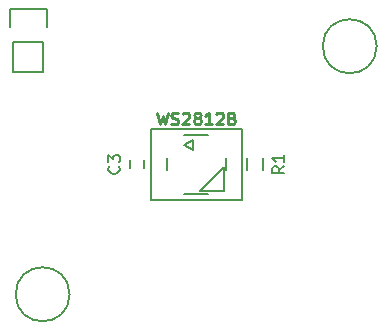
<source format=gto>
G04 #@! TF.FileFunction,Legend,Top*
%FSLAX46Y46*%
G04 Gerber Fmt 4.6, Leading zero omitted, Abs format (unit mm)*
G04 Created by KiCad (PCBNEW (2015-10-28 BZR 6285)-product) date Saturday, November 07, 2015 'PMt' 07:34:48 PM*
%MOMM*%
G01*
G04 APERTURE LIST*
%ADD10C,0.100000*%
%ADD11C,0.250000*%
%ADD12C,0.200000*%
%ADD13C,0.150000*%
%ADD14C,0.203200*%
G04 APERTURE END LIST*
D10*
D11*
X114724476Y-109612381D02*
X114962571Y-110612381D01*
X115153048Y-109898095D01*
X115343524Y-110612381D01*
X115581619Y-109612381D01*
X115914952Y-110564762D02*
X116057809Y-110612381D01*
X116295905Y-110612381D01*
X116391143Y-110564762D01*
X116438762Y-110517143D01*
X116486381Y-110421905D01*
X116486381Y-110326667D01*
X116438762Y-110231429D01*
X116391143Y-110183810D01*
X116295905Y-110136190D01*
X116105428Y-110088571D01*
X116010190Y-110040952D01*
X115962571Y-109993333D01*
X115914952Y-109898095D01*
X115914952Y-109802857D01*
X115962571Y-109707619D01*
X116010190Y-109660000D01*
X116105428Y-109612381D01*
X116343524Y-109612381D01*
X116486381Y-109660000D01*
X116867333Y-109707619D02*
X116914952Y-109660000D01*
X117010190Y-109612381D01*
X117248286Y-109612381D01*
X117343524Y-109660000D01*
X117391143Y-109707619D01*
X117438762Y-109802857D01*
X117438762Y-109898095D01*
X117391143Y-110040952D01*
X116819714Y-110612381D01*
X117438762Y-110612381D01*
X118010190Y-110040952D02*
X117914952Y-109993333D01*
X117867333Y-109945714D01*
X117819714Y-109850476D01*
X117819714Y-109802857D01*
X117867333Y-109707619D01*
X117914952Y-109660000D01*
X118010190Y-109612381D01*
X118200667Y-109612381D01*
X118295905Y-109660000D01*
X118343524Y-109707619D01*
X118391143Y-109802857D01*
X118391143Y-109850476D01*
X118343524Y-109945714D01*
X118295905Y-109993333D01*
X118200667Y-110040952D01*
X118010190Y-110040952D01*
X117914952Y-110088571D01*
X117867333Y-110136190D01*
X117819714Y-110231429D01*
X117819714Y-110421905D01*
X117867333Y-110517143D01*
X117914952Y-110564762D01*
X118010190Y-110612381D01*
X118200667Y-110612381D01*
X118295905Y-110564762D01*
X118343524Y-110517143D01*
X118391143Y-110421905D01*
X118391143Y-110231429D01*
X118343524Y-110136190D01*
X118295905Y-110088571D01*
X118200667Y-110040952D01*
X119343524Y-110612381D02*
X118772095Y-110612381D01*
X119057809Y-110612381D02*
X119057809Y-109612381D01*
X118962571Y-109755238D01*
X118867333Y-109850476D01*
X118772095Y-109898095D01*
X119724476Y-109707619D02*
X119772095Y-109660000D01*
X119867333Y-109612381D01*
X120105429Y-109612381D01*
X120200667Y-109660000D01*
X120248286Y-109707619D01*
X120295905Y-109802857D01*
X120295905Y-109898095D01*
X120248286Y-110040952D01*
X119676857Y-110612381D01*
X120295905Y-110612381D01*
X121057810Y-110088571D02*
X121200667Y-110136190D01*
X121248286Y-110183810D01*
X121295905Y-110279048D01*
X121295905Y-110421905D01*
X121248286Y-110517143D01*
X121200667Y-110564762D01*
X121105429Y-110612381D01*
X120724476Y-110612381D01*
X120724476Y-109612381D01*
X121057810Y-109612381D01*
X121153048Y-109660000D01*
X121200667Y-109707619D01*
X121248286Y-109802857D01*
X121248286Y-109898095D01*
X121200667Y-109993333D01*
X121153048Y-110040952D01*
X121057810Y-110088571D01*
X120724476Y-110088571D01*
D12*
X120320000Y-116256000D02*
X118288000Y-116256000D01*
X120320000Y-114224000D02*
X120320000Y-116256000D01*
X118288000Y-116256000D02*
X120320000Y-114224000D01*
D13*
X112400000Y-114350000D02*
X112400000Y-113650000D01*
X113600000Y-113650000D02*
X113600000Y-114350000D01*
X123675000Y-113500000D02*
X123675000Y-114500000D01*
X122325000Y-114500000D02*
X122325000Y-113500000D01*
D14*
X117000000Y-112350000D02*
X117750000Y-112800000D01*
X117750000Y-112800000D02*
X117750000Y-111900000D01*
X117750000Y-111900000D02*
X117000000Y-112350000D01*
X117000000Y-116500000D02*
X119000000Y-116500000D01*
X120500000Y-114500000D02*
X120500000Y-113500000D01*
X117000000Y-111500000D02*
X119000000Y-111500000D01*
X115500000Y-114500000D02*
X115500000Y-113500000D01*
D12*
X121850000Y-117000000D02*
X114150000Y-117000000D01*
X121850000Y-111000000D02*
X121850000Y-117000000D01*
X114150000Y-117000000D02*
X114150000Y-111000000D01*
X114150000Y-111000000D02*
X121850000Y-111000000D01*
D13*
X133286000Y-104000000D02*
G75*
G03X133286000Y-104000000I-2286000J0D01*
G01*
X107286000Y-125000000D02*
G75*
G03X107286000Y-125000000I-2286000J0D01*
G01*
X105070000Y-103670000D02*
X105070000Y-106210000D01*
X105350000Y-100850000D02*
X105350000Y-102400000D01*
X105070000Y-103670000D02*
X102530000Y-103670000D01*
X102250000Y-102400000D02*
X102250000Y-100850000D01*
X102250000Y-100850000D02*
X105350000Y-100850000D01*
X102530000Y-103670000D02*
X102530000Y-106210000D01*
X102530000Y-106210000D02*
X105070000Y-106210000D01*
X111457143Y-114166666D02*
X111504762Y-114214285D01*
X111552381Y-114357142D01*
X111552381Y-114452380D01*
X111504762Y-114595238D01*
X111409524Y-114690476D01*
X111314286Y-114738095D01*
X111123810Y-114785714D01*
X110980952Y-114785714D01*
X110790476Y-114738095D01*
X110695238Y-114690476D01*
X110600000Y-114595238D01*
X110552381Y-114452380D01*
X110552381Y-114357142D01*
X110600000Y-114214285D01*
X110647619Y-114166666D01*
X110552381Y-113833333D02*
X110552381Y-113214285D01*
X110933333Y-113547619D01*
X110933333Y-113404761D01*
X110980952Y-113309523D01*
X111028571Y-113261904D01*
X111123810Y-113214285D01*
X111361905Y-113214285D01*
X111457143Y-113261904D01*
X111504762Y-113309523D01*
X111552381Y-113404761D01*
X111552381Y-113690476D01*
X111504762Y-113785714D01*
X111457143Y-113833333D01*
X125452381Y-114166666D02*
X124976190Y-114500000D01*
X125452381Y-114738095D02*
X124452381Y-114738095D01*
X124452381Y-114357142D01*
X124500000Y-114261904D01*
X124547619Y-114214285D01*
X124642857Y-114166666D01*
X124785714Y-114166666D01*
X124880952Y-114214285D01*
X124928571Y-114261904D01*
X124976190Y-114357142D01*
X124976190Y-114738095D01*
X125452381Y-113214285D02*
X125452381Y-113785714D01*
X125452381Y-113500000D02*
X124452381Y-113500000D01*
X124595238Y-113595238D01*
X124690476Y-113690476D01*
X124738095Y-113785714D01*
M02*

</source>
